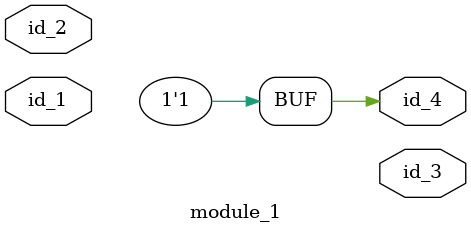
<source format=v>
module module_0 (
    id_1,
    id_2,
    id_3,
    id_4,
    id_5,
    id_6,
    id_7,
    id_8,
    id_9,
    id_10,
    id_11,
    id_12,
    id_13,
    id_14,
    id_15,
    id_16,
    id_17,
    id_18
);
  inout wire id_18;
  output wire id_17;
  output wire id_16;
  input wire id_15;
  input wire id_14;
  input wire id_13;
  inout wire id_12;
  input wire id_11;
  inout wire id_10;
  input wire id_9;
  input wire id_8;
  inout wire id_7;
  output wire id_6;
  output wire id_5;
  output wire id_4;
  input wire id_3;
  inout wire id_2;
  inout wire id_1;
endmodule
module module_1 (
    id_1,
    id_2,
    id_3,
    id_4
);
  output wire id_4;
  output wire id_3;
  input wire id_2;
  input wire id_1;
  wire id_5;
  module_0 modCall_1 (
      id_5,
      id_5,
      id_5,
      id_4,
      id_4,
      id_4,
      id_5,
      id_5,
      id_2,
      id_5,
      id_5,
      id_5,
      id_5,
      id_1,
      id_1,
      id_5,
      id_4,
      id_5
  );
  assign id_4 = 1;
endmodule

</source>
